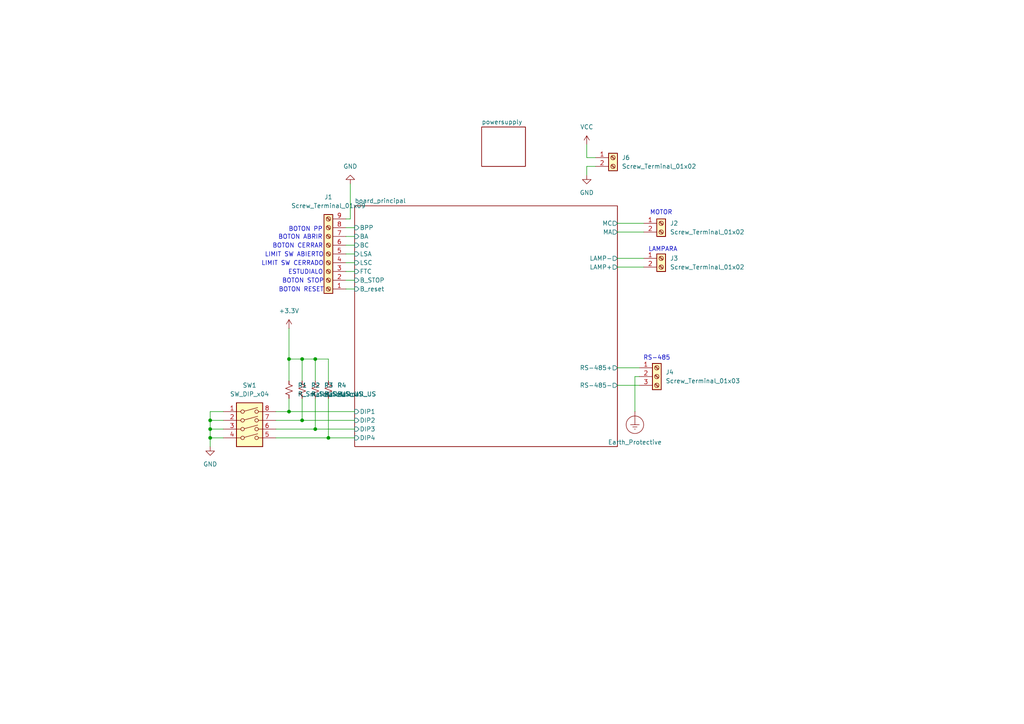
<source format=kicad_sch>
(kicad_sch
	(version 20250114)
	(generator "eeschema")
	(generator_version "9.0")
	(uuid "da1145e1-2c07-4dac-8610-a797132a4086")
	(paper "A4")
	(lib_symbols
		(symbol "Connector:Screw_Terminal_01x02"
			(pin_names
				(offset 1.016)
				(hide yes)
			)
			(exclude_from_sim no)
			(in_bom yes)
			(on_board yes)
			(property "Reference" "J"
				(at 0 2.54 0)
				(effects
					(font
						(size 1.27 1.27)
					)
				)
			)
			(property "Value" "Screw_Terminal_01x02"
				(at 0 -5.08 0)
				(effects
					(font
						(size 1.27 1.27)
					)
				)
			)
			(property "Footprint" ""
				(at 0 0 0)
				(effects
					(font
						(size 1.27 1.27)
					)
					(hide yes)
				)
			)
			(property "Datasheet" "~"
				(at 0 0 0)
				(effects
					(font
						(size 1.27 1.27)
					)
					(hide yes)
				)
			)
			(property "Description" "Generic screw terminal, single row, 01x02, script generated (kicad-library-utils/schlib/autogen/connector/)"
				(at 0 0 0)
				(effects
					(font
						(size 1.27 1.27)
					)
					(hide yes)
				)
			)
			(property "ki_keywords" "screw terminal"
				(at 0 0 0)
				(effects
					(font
						(size 1.27 1.27)
					)
					(hide yes)
				)
			)
			(property "ki_fp_filters" "TerminalBlock*:*"
				(at 0 0 0)
				(effects
					(font
						(size 1.27 1.27)
					)
					(hide yes)
				)
			)
			(symbol "Screw_Terminal_01x02_1_1"
				(rectangle
					(start -1.27 1.27)
					(end 1.27 -3.81)
					(stroke
						(width 0.254)
						(type default)
					)
					(fill
						(type background)
					)
				)
				(polyline
					(pts
						(xy -0.5334 0.3302) (xy 0.3302 -0.508)
					)
					(stroke
						(width 0.1524)
						(type default)
					)
					(fill
						(type none)
					)
				)
				(polyline
					(pts
						(xy -0.5334 -2.2098) (xy 0.3302 -3.048)
					)
					(stroke
						(width 0.1524)
						(type default)
					)
					(fill
						(type none)
					)
				)
				(polyline
					(pts
						(xy -0.3556 0.508) (xy 0.508 -0.3302)
					)
					(stroke
						(width 0.1524)
						(type default)
					)
					(fill
						(type none)
					)
				)
				(polyline
					(pts
						(xy -0.3556 -2.032) (xy 0.508 -2.8702)
					)
					(stroke
						(width 0.1524)
						(type default)
					)
					(fill
						(type none)
					)
				)
				(circle
					(center 0 0)
					(radius 0.635)
					(stroke
						(width 0.1524)
						(type default)
					)
					(fill
						(type none)
					)
				)
				(circle
					(center 0 -2.54)
					(radius 0.635)
					(stroke
						(width 0.1524)
						(type default)
					)
					(fill
						(type none)
					)
				)
				(pin passive line
					(at -5.08 0 0)
					(length 3.81)
					(name "Pin_1"
						(effects
							(font
								(size 1.27 1.27)
							)
						)
					)
					(number "1"
						(effects
							(font
								(size 1.27 1.27)
							)
						)
					)
				)
				(pin passive line
					(at -5.08 -2.54 0)
					(length 3.81)
					(name "Pin_2"
						(effects
							(font
								(size 1.27 1.27)
							)
						)
					)
					(number "2"
						(effects
							(font
								(size 1.27 1.27)
							)
						)
					)
				)
			)
			(embedded_fonts no)
		)
		(symbol "Connector:Screw_Terminal_01x03"
			(pin_names
				(offset 1.016)
				(hide yes)
			)
			(exclude_from_sim no)
			(in_bom yes)
			(on_board yes)
			(property "Reference" "J"
				(at 0 5.08 0)
				(effects
					(font
						(size 1.27 1.27)
					)
				)
			)
			(property "Value" "Screw_Terminal_01x03"
				(at 0 -5.08 0)
				(effects
					(font
						(size 1.27 1.27)
					)
				)
			)
			(property "Footprint" ""
				(at 0 0 0)
				(effects
					(font
						(size 1.27 1.27)
					)
					(hide yes)
				)
			)
			(property "Datasheet" "~"
				(at 0 0 0)
				(effects
					(font
						(size 1.27 1.27)
					)
					(hide yes)
				)
			)
			(property "Description" "Generic screw terminal, single row, 01x03, script generated (kicad-library-utils/schlib/autogen/connector/)"
				(at 0 0 0)
				(effects
					(font
						(size 1.27 1.27)
					)
					(hide yes)
				)
			)
			(property "ki_keywords" "screw terminal"
				(at 0 0 0)
				(effects
					(font
						(size 1.27 1.27)
					)
					(hide yes)
				)
			)
			(property "ki_fp_filters" "TerminalBlock*:*"
				(at 0 0 0)
				(effects
					(font
						(size 1.27 1.27)
					)
					(hide yes)
				)
			)
			(symbol "Screw_Terminal_01x03_1_1"
				(rectangle
					(start -1.27 3.81)
					(end 1.27 -3.81)
					(stroke
						(width 0.254)
						(type default)
					)
					(fill
						(type background)
					)
				)
				(polyline
					(pts
						(xy -0.5334 2.8702) (xy 0.3302 2.032)
					)
					(stroke
						(width 0.1524)
						(type default)
					)
					(fill
						(type none)
					)
				)
				(polyline
					(pts
						(xy -0.5334 0.3302) (xy 0.3302 -0.508)
					)
					(stroke
						(width 0.1524)
						(type default)
					)
					(fill
						(type none)
					)
				)
				(polyline
					(pts
						(xy -0.5334 -2.2098) (xy 0.3302 -3.048)
					)
					(stroke
						(width 0.1524)
						(type default)
					)
					(fill
						(type none)
					)
				)
				(polyline
					(pts
						(xy -0.3556 3.048) (xy 0.508 2.2098)
					)
					(stroke
						(width 0.1524)
						(type default)
					)
					(fill
						(type none)
					)
				)
				(polyline
					(pts
						(xy -0.3556 0.508) (xy 0.508 -0.3302)
					)
					(stroke
						(width 0.1524)
						(type default)
					)
					(fill
						(type none)
					)
				)
				(polyline
					(pts
						(xy -0.3556 -2.032) (xy 0.508 -2.8702)
					)
					(stroke
						(width 0.1524)
						(type default)
					)
					(fill
						(type none)
					)
				)
				(circle
					(center 0 2.54)
					(radius 0.635)
					(stroke
						(width 0.1524)
						(type default)
					)
					(fill
						(type none)
					)
				)
				(circle
					(center 0 0)
					(radius 0.635)
					(stroke
						(width 0.1524)
						(type default)
					)
					(fill
						(type none)
					)
				)
				(circle
					(center 0 -2.54)
					(radius 0.635)
					(stroke
						(width 0.1524)
						(type default)
					)
					(fill
						(type none)
					)
				)
				(pin passive line
					(at -5.08 2.54 0)
					(length 3.81)
					(name "Pin_1"
						(effects
							(font
								(size 1.27 1.27)
							)
						)
					)
					(number "1"
						(effects
							(font
								(size 1.27 1.27)
							)
						)
					)
				)
				(pin passive line
					(at -5.08 0 0)
					(length 3.81)
					(name "Pin_2"
						(effects
							(font
								(size 1.27 1.27)
							)
						)
					)
					(number "2"
						(effects
							(font
								(size 1.27 1.27)
							)
						)
					)
				)
				(pin passive line
					(at -5.08 -2.54 0)
					(length 3.81)
					(name "Pin_3"
						(effects
							(font
								(size 1.27 1.27)
							)
						)
					)
					(number "3"
						(effects
							(font
								(size 1.27 1.27)
							)
						)
					)
				)
			)
			(embedded_fonts no)
		)
		(symbol "Connector:Screw_Terminal_01x09"
			(pin_names
				(offset 1.016)
				(hide yes)
			)
			(exclude_from_sim no)
			(in_bom yes)
			(on_board yes)
			(property "Reference" "J"
				(at 0 12.7 0)
				(effects
					(font
						(size 1.27 1.27)
					)
				)
			)
			(property "Value" "Screw_Terminal_01x09"
				(at 0 -12.7 0)
				(effects
					(font
						(size 1.27 1.27)
					)
				)
			)
			(property "Footprint" ""
				(at 0 0 0)
				(effects
					(font
						(size 1.27 1.27)
					)
					(hide yes)
				)
			)
			(property "Datasheet" "~"
				(at 0 0 0)
				(effects
					(font
						(size 1.27 1.27)
					)
					(hide yes)
				)
			)
			(property "Description" "Generic screw terminal, single row, 01x09, script generated (kicad-library-utils/schlib/autogen/connector/)"
				(at 0 0 0)
				(effects
					(font
						(size 1.27 1.27)
					)
					(hide yes)
				)
			)
			(property "ki_keywords" "screw terminal"
				(at 0 0 0)
				(effects
					(font
						(size 1.27 1.27)
					)
					(hide yes)
				)
			)
			(property "ki_fp_filters" "TerminalBlock*:*"
				(at 0 0 0)
				(effects
					(font
						(size 1.27 1.27)
					)
					(hide yes)
				)
			)
			(symbol "Screw_Terminal_01x09_1_1"
				(rectangle
					(start -1.27 11.43)
					(end 1.27 -11.43)
					(stroke
						(width 0.254)
						(type default)
					)
					(fill
						(type background)
					)
				)
				(polyline
					(pts
						(xy -0.5334 10.4902) (xy 0.3302 9.652)
					)
					(stroke
						(width 0.1524)
						(type default)
					)
					(fill
						(type none)
					)
				)
				(polyline
					(pts
						(xy -0.5334 7.9502) (xy 0.3302 7.112)
					)
					(stroke
						(width 0.1524)
						(type default)
					)
					(fill
						(type none)
					)
				)
				(polyline
					(pts
						(xy -0.5334 5.4102) (xy 0.3302 4.572)
					)
					(stroke
						(width 0.1524)
						(type default)
					)
					(fill
						(type none)
					)
				)
				(polyline
					(pts
						(xy -0.5334 2.8702) (xy 0.3302 2.032)
					)
					(stroke
						(width 0.1524)
						(type default)
					)
					(fill
						(type none)
					)
				)
				(polyline
					(pts
						(xy -0.5334 0.3302) (xy 0.3302 -0.508)
					)
					(stroke
						(width 0.1524)
						(type default)
					)
					(fill
						(type none)
					)
				)
				(polyline
					(pts
						(xy -0.5334 -2.2098) (xy 0.3302 -3.048)
					)
					(stroke
						(width 0.1524)
						(type default)
					)
					(fill
						(type none)
					)
				)
				(polyline
					(pts
						(xy -0.5334 -4.7498) (xy 0.3302 -5.588)
					)
					(stroke
						(width 0.1524)
						(type default)
					)
					(fill
						(type none)
					)
				)
				(polyline
					(pts
						(xy -0.5334 -7.2898) (xy 0.3302 -8.128)
					)
					(stroke
						(width 0.1524)
						(type default)
					)
					(fill
						(type none)
					)
				)
				(polyline
					(pts
						(xy -0.5334 -9.8298) (xy 0.3302 -10.668)
					)
					(stroke
						(width 0.1524)
						(type default)
					)
					(fill
						(type none)
					)
				)
				(polyline
					(pts
						(xy -0.3556 10.668) (xy 0.508 9.8298)
					)
					(stroke
						(width 0.1524)
						(type default)
					)
					(fill
						(type none)
					)
				)
				(polyline
					(pts
						(xy -0.3556 8.128) (xy 0.508 7.2898)
					)
					(stroke
						(width 0.1524)
						(type default)
					)
					(fill
						(type none)
					)
				)
				(polyline
					(pts
						(xy -0.3556 5.588) (xy 0.508 4.7498)
					)
					(stroke
						(width 0.1524)
						(type default)
					)
					(fill
						(type none)
					)
				)
				(polyline
					(pts
						(xy -0.3556 3.048) (xy 0.508 2.2098)
					)
					(stroke
						(width 0.1524)
						(type default)
					)
					(fill
						(type none)
					)
				)
				(polyline
					(pts
						(xy -0.3556 0.508) (xy 0.508 -0.3302)
					)
					(stroke
						(width 0.1524)
						(type default)
					)
					(fill
						(type none)
					)
				)
				(polyline
					(pts
						(xy -0.3556 -2.032) (xy 0.508 -2.8702)
					)
					(stroke
						(width 0.1524)
						(type default)
					)
					(fill
						(type none)
					)
				)
				(polyline
					(pts
						(xy -0.3556 -4.572) (xy 0.508 -5.4102)
					)
					(stroke
						(width 0.1524)
						(type default)
					)
					(fill
						(type none)
					)
				)
				(polyline
					(pts
						(xy -0.3556 -7.112) (xy 0.508 -7.9502)
					)
					(stroke
						(width 0.1524)
						(type default)
					)
					(fill
						(type none)
					)
				)
				(polyline
					(pts
						(xy -0.3556 -9.652) (xy 0.508 -10.4902)
					)
					(stroke
						(width 0.1524)
						(type default)
					)
					(fill
						(type none)
					)
				)
				(circle
					(center 0 10.16)
					(radius 0.635)
					(stroke
						(width 0.1524)
						(type default)
					)
					(fill
						(type none)
					)
				)
				(circle
					(center 0 7.62)
					(radius 0.635)
					(stroke
						(width 0.1524)
						(type default)
					)
					(fill
						(type none)
					)
				)
				(circle
					(center 0 5.08)
					(radius 0.635)
					(stroke
						(width 0.1524)
						(type default)
					)
					(fill
						(type none)
					)
				)
				(circle
					(center 0 2.54)
					(radius 0.635)
					(stroke
						(width 0.1524)
						(type default)
					)
					(fill
						(type none)
					)
				)
				(circle
					(center 0 0)
					(radius 0.635)
					(stroke
						(width 0.1524)
						(type default)
					)
					(fill
						(type none)
					)
				)
				(circle
					(center 0 -2.54)
					(radius 0.635)
					(stroke
						(width 0.1524)
						(type default)
					)
					(fill
						(type none)
					)
				)
				(circle
					(center 0 -5.08)
					(radius 0.635)
					(stroke
						(width 0.1524)
						(type default)
					)
					(fill
						(type none)
					)
				)
				(circle
					(center 0 -7.62)
					(radius 0.635)
					(stroke
						(width 0.1524)
						(type default)
					)
					(fill
						(type none)
					)
				)
				(circle
					(center 0 -10.16)
					(radius 0.635)
					(stroke
						(width 0.1524)
						(type default)
					)
					(fill
						(type none)
					)
				)
				(pin passive line
					(at -5.08 10.16 0)
					(length 3.81)
					(name "Pin_1"
						(effects
							(font
								(size 1.27 1.27)
							)
						)
					)
					(number "1"
						(effects
							(font
								(size 1.27 1.27)
							)
						)
					)
				)
				(pin passive line
					(at -5.08 7.62 0)
					(length 3.81)
					(name "Pin_2"
						(effects
							(font
								(size 1.27 1.27)
							)
						)
					)
					(number "2"
						(effects
							(font
								(size 1.27 1.27)
							)
						)
					)
				)
				(pin passive line
					(at -5.08 5.08 0)
					(length 3.81)
					(name "Pin_3"
						(effects
							(font
								(size 1.27 1.27)
							)
						)
					)
					(number "3"
						(effects
							(font
								(size 1.27 1.27)
							)
						)
					)
				)
				(pin passive line
					(at -5.08 2.54 0)
					(length 3.81)
					(name "Pin_4"
						(effects
							(font
								(size 1.27 1.27)
							)
						)
					)
					(number "4"
						(effects
							(font
								(size 1.27 1.27)
							)
						)
					)
				)
				(pin passive line
					(at -5.08 0 0)
					(length 3.81)
					(name "Pin_5"
						(effects
							(font
								(size 1.27 1.27)
							)
						)
					)
					(number "5"
						(effects
							(font
								(size 1.27 1.27)
							)
						)
					)
				)
				(pin passive line
					(at -5.08 -2.54 0)
					(length 3.81)
					(name "Pin_6"
						(effects
							(font
								(size 1.27 1.27)
							)
						)
					)
					(number "6"
						(effects
							(font
								(size 1.27 1.27)
							)
						)
					)
				)
				(pin passive line
					(at -5.08 -5.08 0)
					(length 3.81)
					(name "Pin_7"
						(effects
							(font
								(size 1.27 1.27)
							)
						)
					)
					(number "7"
						(effects
							(font
								(size 1.27 1.27)
							)
						)
					)
				)
				(pin passive line
					(at -5.08 -7.62 0)
					(length 3.81)
					(name "Pin_8"
						(effects
							(font
								(size 1.27 1.27)
							)
						)
					)
					(number "8"
						(effects
							(font
								(size 1.27 1.27)
							)
						)
					)
				)
				(pin passive line
					(at -5.08 -10.16 0)
					(length 3.81)
					(name "Pin_9"
						(effects
							(font
								(size 1.27 1.27)
							)
						)
					)
					(number "9"
						(effects
							(font
								(size 1.27 1.27)
							)
						)
					)
				)
			)
			(embedded_fonts no)
		)
		(symbol "Device:R_Small_US"
			(pin_numbers
				(hide yes)
			)
			(pin_names
				(offset 0.254)
				(hide yes)
			)
			(exclude_from_sim no)
			(in_bom yes)
			(on_board yes)
			(property "Reference" "R"
				(at 0.762 0.508 0)
				(effects
					(font
						(size 1.27 1.27)
					)
					(justify left)
				)
			)
			(property "Value" "R_Small_US"
				(at 0.762 -1.016 0)
				(effects
					(font
						(size 1.27 1.27)
					)
					(justify left)
				)
			)
			(property "Footprint" ""
				(at 0 0 0)
				(effects
					(font
						(size 1.27 1.27)
					)
					(hide yes)
				)
			)
			(property "Datasheet" "~"
				(at 0 0 0)
				(effects
					(font
						(size 1.27 1.27)
					)
					(hide yes)
				)
			)
			(property "Description" "Resistor, small US symbol"
				(at 0 0 0)
				(effects
					(font
						(size 1.27 1.27)
					)
					(hide yes)
				)
			)
			(property "ki_keywords" "r resistor"
				(at 0 0 0)
				(effects
					(font
						(size 1.27 1.27)
					)
					(hide yes)
				)
			)
			(property "ki_fp_filters" "R_*"
				(at 0 0 0)
				(effects
					(font
						(size 1.27 1.27)
					)
					(hide yes)
				)
			)
			(symbol "R_Small_US_1_1"
				(polyline
					(pts
						(xy 0 1.524) (xy 1.016 1.143) (xy 0 0.762) (xy -1.016 0.381) (xy 0 0)
					)
					(stroke
						(width 0)
						(type default)
					)
					(fill
						(type none)
					)
				)
				(polyline
					(pts
						(xy 0 0) (xy 1.016 -0.381) (xy 0 -0.762) (xy -1.016 -1.143) (xy 0 -1.524)
					)
					(stroke
						(width 0)
						(type default)
					)
					(fill
						(type none)
					)
				)
				(pin passive line
					(at 0 2.54 270)
					(length 1.016)
					(name "~"
						(effects
							(font
								(size 1.27 1.27)
							)
						)
					)
					(number "1"
						(effects
							(font
								(size 1.27 1.27)
							)
						)
					)
				)
				(pin passive line
					(at 0 -2.54 90)
					(length 1.016)
					(name "~"
						(effects
							(font
								(size 1.27 1.27)
							)
						)
					)
					(number "2"
						(effects
							(font
								(size 1.27 1.27)
							)
						)
					)
				)
			)
			(embedded_fonts no)
		)
		(symbol "Switch:SW_DIP_x04"
			(pin_names
				(offset 0)
				(hide yes)
			)
			(exclude_from_sim no)
			(in_bom yes)
			(on_board yes)
			(property "Reference" "SW"
				(at 0 8.89 0)
				(effects
					(font
						(size 1.27 1.27)
					)
				)
			)
			(property "Value" "SW_DIP_x04"
				(at 0 -6.35 0)
				(effects
					(font
						(size 1.27 1.27)
					)
				)
			)
			(property "Footprint" ""
				(at 0 0 0)
				(effects
					(font
						(size 1.27 1.27)
					)
					(hide yes)
				)
			)
			(property "Datasheet" "~"
				(at 0 0 0)
				(effects
					(font
						(size 1.27 1.27)
					)
					(hide yes)
				)
			)
			(property "Description" "4x DIP Switch, Single Pole Single Throw (SPST) switch, small symbol"
				(at 0 0 0)
				(effects
					(font
						(size 1.27 1.27)
					)
					(hide yes)
				)
			)
			(property "ki_keywords" "dip switch"
				(at 0 0 0)
				(effects
					(font
						(size 1.27 1.27)
					)
					(hide yes)
				)
			)
			(property "ki_fp_filters" "SW?DIP?x4*"
				(at 0 0 0)
				(effects
					(font
						(size 1.27 1.27)
					)
					(hide yes)
				)
			)
			(symbol "SW_DIP_x04_0_0"
				(circle
					(center -2.032 5.08)
					(radius 0.508)
					(stroke
						(width 0)
						(type default)
					)
					(fill
						(type none)
					)
				)
				(circle
					(center -2.032 2.54)
					(radius 0.508)
					(stroke
						(width 0)
						(type default)
					)
					(fill
						(type none)
					)
				)
				(circle
					(center -2.032 0)
					(radius 0.508)
					(stroke
						(width 0)
						(type default)
					)
					(fill
						(type none)
					)
				)
				(circle
					(center -2.032 -2.54)
					(radius 0.508)
					(stroke
						(width 0)
						(type default)
					)
					(fill
						(type none)
					)
				)
				(polyline
					(pts
						(xy -1.524 5.207) (xy 2.3622 6.2484)
					)
					(stroke
						(width 0)
						(type default)
					)
					(fill
						(type none)
					)
				)
				(polyline
					(pts
						(xy -1.524 2.667) (xy 2.3622 3.7084)
					)
					(stroke
						(width 0)
						(type default)
					)
					(fill
						(type none)
					)
				)
				(polyline
					(pts
						(xy -1.524 0.127) (xy 2.3622 1.1684)
					)
					(stroke
						(width 0)
						(type default)
					)
					(fill
						(type none)
					)
				)
				(polyline
					(pts
						(xy -1.524 -2.3876) (xy 2.3622 -1.3462)
					)
					(stroke
						(width 0)
						(type default)
					)
					(fill
						(type none)
					)
				)
				(circle
					(center 2.032 5.08)
					(radius 0.508)
					(stroke
						(width 0)
						(type default)
					)
					(fill
						(type none)
					)
				)
				(circle
					(center 2.032 2.54)
					(radius 0.508)
					(stroke
						(width 0)
						(type default)
					)
					(fill
						(type none)
					)
				)
				(circle
					(center 2.032 0)
					(radius 0.508)
					(stroke
						(width 0)
						(type default)
					)
					(fill
						(type none)
					)
				)
				(circle
					(center 2.032 -2.54)
					(radius 0.508)
					(stroke
						(width 0)
						(type default)
					)
					(fill
						(type none)
					)
				)
			)
			(symbol "SW_DIP_x04_0_1"
				(rectangle
					(start -3.81 7.62)
					(end 3.81 -5.08)
					(stroke
						(width 0.254)
						(type default)
					)
					(fill
						(type background)
					)
				)
			)
			(symbol "SW_DIP_x04_1_1"
				(pin passive line
					(at -7.62 5.08 0)
					(length 5.08)
					(name "~"
						(effects
							(font
								(size 1.27 1.27)
							)
						)
					)
					(number "1"
						(effects
							(font
								(size 1.27 1.27)
							)
						)
					)
				)
				(pin passive line
					(at -7.62 2.54 0)
					(length 5.08)
					(name "~"
						(effects
							(font
								(size 1.27 1.27)
							)
						)
					)
					(number "2"
						(effects
							(font
								(size 1.27 1.27)
							)
						)
					)
				)
				(pin passive line
					(at -7.62 0 0)
					(length 5.08)
					(name "~"
						(effects
							(font
								(size 1.27 1.27)
							)
						)
					)
					(number "3"
						(effects
							(font
								(size 1.27 1.27)
							)
						)
					)
				)
				(pin passive line
					(at -7.62 -2.54 0)
					(length 5.08)
					(name "~"
						(effects
							(font
								(size 1.27 1.27)
							)
						)
					)
					(number "4"
						(effects
							(font
								(size 1.27 1.27)
							)
						)
					)
				)
				(pin passive line
					(at 7.62 5.08 180)
					(length 5.08)
					(name "~"
						(effects
							(font
								(size 1.27 1.27)
							)
						)
					)
					(number "8"
						(effects
							(font
								(size 1.27 1.27)
							)
						)
					)
				)
				(pin passive line
					(at 7.62 2.54 180)
					(length 5.08)
					(name "~"
						(effects
							(font
								(size 1.27 1.27)
							)
						)
					)
					(number "7"
						(effects
							(font
								(size 1.27 1.27)
							)
						)
					)
				)
				(pin passive line
					(at 7.62 0 180)
					(length 5.08)
					(name "~"
						(effects
							(font
								(size 1.27 1.27)
							)
						)
					)
					(number "6"
						(effects
							(font
								(size 1.27 1.27)
							)
						)
					)
				)
				(pin passive line
					(at 7.62 -2.54 180)
					(length 5.08)
					(name "~"
						(effects
							(font
								(size 1.27 1.27)
							)
						)
					)
					(number "5"
						(effects
							(font
								(size 1.27 1.27)
							)
						)
					)
				)
			)
			(embedded_fonts no)
		)
		(symbol "power:+3.3V"
			(power)
			(pin_numbers
				(hide yes)
			)
			(pin_names
				(offset 0)
				(hide yes)
			)
			(exclude_from_sim no)
			(in_bom yes)
			(on_board yes)
			(property "Reference" "#PWR"
				(at 0 -3.81 0)
				(effects
					(font
						(size 1.27 1.27)
					)
					(hide yes)
				)
			)
			(property "Value" "+3.3V"
				(at 0 3.556 0)
				(effects
					(font
						(size 1.27 1.27)
					)
				)
			)
			(property "Footprint" ""
				(at 0 0 0)
				(effects
					(font
						(size 1.27 1.27)
					)
					(hide yes)
				)
			)
			(property "Datasheet" ""
				(at 0 0 0)
				(effects
					(font
						(size 1.27 1.27)
					)
					(hide yes)
				)
			)
			(property "Description" "Power symbol creates a global label with name \"+3.3V\""
				(at 0 0 0)
				(effects
					(font
						(size 1.27 1.27)
					)
					(hide yes)
				)
			)
			(property "ki_keywords" "global power"
				(at 0 0 0)
				(effects
					(font
						(size 1.27 1.27)
					)
					(hide yes)
				)
			)
			(symbol "+3.3V_0_1"
				(polyline
					(pts
						(xy -0.762 1.27) (xy 0 2.54)
					)
					(stroke
						(width 0)
						(type default)
					)
					(fill
						(type none)
					)
				)
				(polyline
					(pts
						(xy 0 2.54) (xy 0.762 1.27)
					)
					(stroke
						(width 0)
						(type default)
					)
					(fill
						(type none)
					)
				)
				(polyline
					(pts
						(xy 0 0) (xy 0 2.54)
					)
					(stroke
						(width 0)
						(type default)
					)
					(fill
						(type none)
					)
				)
			)
			(symbol "+3.3V_1_1"
				(pin power_in line
					(at 0 0 90)
					(length 0)
					(name "~"
						(effects
							(font
								(size 1.27 1.27)
							)
						)
					)
					(number "1"
						(effects
							(font
								(size 1.27 1.27)
							)
						)
					)
				)
			)
			(embedded_fonts no)
		)
		(symbol "power:Earth_Protective"
			(power)
			(pin_numbers
				(hide yes)
			)
			(pin_names
				(offset 0)
				(hide yes)
			)
			(exclude_from_sim no)
			(in_bom yes)
			(on_board yes)
			(property "Reference" "#PWR"
				(at 0 -10.16 0)
				(effects
					(font
						(size 1.27 1.27)
					)
					(hide yes)
				)
			)
			(property "Value" "Earth_Protective"
				(at 0 -7.62 0)
				(effects
					(font
						(size 1.27 1.27)
					)
				)
			)
			(property "Footprint" ""
				(at 0 -2.54 0)
				(effects
					(font
						(size 1.27 1.27)
					)
					(hide yes)
				)
			)
			(property "Datasheet" "~"
				(at 0 -2.54 0)
				(effects
					(font
						(size 1.27 1.27)
					)
					(hide yes)
				)
			)
			(property "Description" "Power symbol creates a global label with name \"Earth_Protective\""
				(at 0 0 0)
				(effects
					(font
						(size 1.27 1.27)
					)
					(hide yes)
				)
			)
			(property "ki_keywords" "global ground gnd clean"
				(at 0 0 0)
				(effects
					(font
						(size 1.27 1.27)
					)
					(hide yes)
				)
			)
			(symbol "Earth_Protective_0_1"
				(polyline
					(pts
						(xy -0.635 -4.445) (xy 0.635 -4.445)
					)
					(stroke
						(width 0)
						(type default)
					)
					(fill
						(type none)
					)
				)
				(polyline
					(pts
						(xy -0.127 -5.08) (xy 0.127 -5.08)
					)
					(stroke
						(width 0)
						(type default)
					)
					(fill
						(type none)
					)
				)
				(polyline
					(pts
						(xy 0 -3.81) (xy 0 0)
					)
					(stroke
						(width 0)
						(type default)
					)
					(fill
						(type none)
					)
				)
				(circle
					(center 0 -3.81)
					(radius 2.54)
					(stroke
						(width 0)
						(type default)
					)
					(fill
						(type none)
					)
				)
				(polyline
					(pts
						(xy 1.27 -3.81) (xy -1.27 -3.81)
					)
					(stroke
						(width 0)
						(type default)
					)
					(fill
						(type none)
					)
				)
			)
			(symbol "Earth_Protective_1_1"
				(pin power_in line
					(at 0 0 270)
					(length 0)
					(name "~"
						(effects
							(font
								(size 1.27 1.27)
							)
						)
					)
					(number "1"
						(effects
							(font
								(size 1.27 1.27)
							)
						)
					)
				)
			)
			(embedded_fonts no)
		)
		(symbol "power:GND"
			(power)
			(pin_numbers
				(hide yes)
			)
			(pin_names
				(offset 0)
				(hide yes)
			)
			(exclude_from_sim no)
			(in_bom yes)
			(on_board yes)
			(property "Reference" "#PWR"
				(at 0 -6.35 0)
				(effects
					(font
						(size 1.27 1.27)
					)
					(hide yes)
				)
			)
			(property "Value" "GND"
				(at 0 -3.81 0)
				(effects
					(font
						(size 1.27 1.27)
					)
				)
			)
			(property "Footprint" ""
				(at 0 0 0)
				(effects
					(font
						(size 1.27 1.27)
					)
					(hide yes)
				)
			)
			(property "Datasheet" ""
				(at 0 0 0)
				(effects
					(font
						(size 1.27 1.27)
					)
					(hide yes)
				)
			)
			(property "Description" "Power symbol creates a global label with name \"GND\" , ground"
				(at 0 0 0)
				(effects
					(font
						(size 1.27 1.27)
					)
					(hide yes)
				)
			)
			(property "ki_keywords" "global power"
				(at 0 0 0)
				(effects
					(font
						(size 1.27 1.27)
					)
					(hide yes)
				)
			)
			(symbol "GND_0_1"
				(polyline
					(pts
						(xy 0 0) (xy 0 -1.27) (xy 1.27 -1.27) (xy 0 -2.54) (xy -1.27 -1.27) (xy 0 -1.27)
					)
					(stroke
						(width 0)
						(type default)
					)
					(fill
						(type none)
					)
				)
			)
			(symbol "GND_1_1"
				(pin power_in line
					(at 0 0 270)
					(length 0)
					(name "~"
						(effects
							(font
								(size 1.27 1.27)
							)
						)
					)
					(number "1"
						(effects
							(font
								(size 1.27 1.27)
							)
						)
					)
				)
			)
			(embedded_fonts no)
		)
		(symbol "power:VCC"
			(power)
			(pin_numbers
				(hide yes)
			)
			(pin_names
				(offset 0)
				(hide yes)
			)
			(exclude_from_sim no)
			(in_bom yes)
			(on_board yes)
			(property "Reference" "#PWR"
				(at 0 -3.81 0)
				(effects
					(font
						(size 1.27 1.27)
					)
					(hide yes)
				)
			)
			(property "Value" "VCC"
				(at 0 3.556 0)
				(effects
					(font
						(size 1.27 1.27)
					)
				)
			)
			(property "Footprint" ""
				(at 0 0 0)
				(effects
					(font
						(size 1.27 1.27)
					)
					(hide yes)
				)
			)
			(property "Datasheet" ""
				(at 0 0 0)
				(effects
					(font
						(size 1.27 1.27)
					)
					(hide yes)
				)
			)
			(property "Description" "Power symbol creates a global label with name \"VCC\""
				(at 0 0 0)
				(effects
					(font
						(size 1.27 1.27)
					)
					(hide yes)
				)
			)
			(property "ki_keywords" "global power"
				(at 0 0 0)
				(effects
					(font
						(size 1.27 1.27)
					)
					(hide yes)
				)
			)
			(symbol "VCC_0_1"
				(polyline
					(pts
						(xy -0.762 1.27) (xy 0 2.54)
					)
					(stroke
						(width 0)
						(type default)
					)
					(fill
						(type none)
					)
				)
				(polyline
					(pts
						(xy 0 2.54) (xy 0.762 1.27)
					)
					(stroke
						(width 0)
						(type default)
					)
					(fill
						(type none)
					)
				)
				(polyline
					(pts
						(xy 0 0) (xy 0 2.54)
					)
					(stroke
						(width 0)
						(type default)
					)
					(fill
						(type none)
					)
				)
			)
			(symbol "VCC_1_1"
				(pin power_in line
					(at 0 0 90)
					(length 0)
					(name "~"
						(effects
							(font
								(size 1.27 1.27)
							)
						)
					)
					(number "1"
						(effects
							(font
								(size 1.27 1.27)
							)
						)
					)
				)
			)
			(embedded_fonts no)
		)
	)
	(text "BOTON ABRIR\n"
		(exclude_from_sim no)
		(at 87.122 68.834 0)
		(effects
			(font
				(size 1.27 1.27)
			)
		)
		(uuid "27955b45-d7e5-49b2-a69d-2253f65f9672")
	)
	(text "BOTON PP"
		(exclude_from_sim no)
		(at 88.646 66.548 0)
		(effects
			(font
				(size 1.27 1.27)
			)
		)
		(uuid "3dd9bbda-4938-4f2f-803a-d3ae0daa0a4c")
	)
	(text "BOTON CERRAR\n"
		(exclude_from_sim no)
		(at 86.36 71.374 0)
		(effects
			(font
				(size 1.27 1.27)
			)
		)
		(uuid "4f89ec52-ad2f-4b04-9a0b-08a2a8c6bae4")
	)
	(text "BOTON RESET\n"
		(exclude_from_sim no)
		(at 87.376 84.074 0)
		(effects
			(font
				(size 1.27 1.27)
			)
		)
		(uuid "5960fff7-2242-4d2d-afd5-d8c2579d1edc")
	)
	(text "LIMIT SW ABIERTO\n"
		(exclude_from_sim no)
		(at 85.344 73.914 0)
		(effects
			(font
				(size 1.27 1.27)
			)
		)
		(uuid "9a067f86-95a7-43ee-b3ff-d9033290a847")
	)
	(text "LAMPARA\n"
		(exclude_from_sim no)
		(at 192.278 72.39 0)
		(effects
			(font
				(size 1.27 1.27)
			)
		)
		(uuid "b8cc8d8e-8f1e-46d0-8774-cb9aacfef89a")
	)
	(text "MOTOR\n"
		(exclude_from_sim no)
		(at 191.77 61.722 0)
		(effects
			(font
				(size 1.27 1.27)
			)
		)
		(uuid "ced0e47f-6741-4696-a6c8-4ef21cbd6468")
	)
	(text "LIMIT SW CERRADO\n"
		(exclude_from_sim no)
		(at 84.836 76.454 0)
		(effects
			(font
				(size 1.27 1.27)
			)
		)
		(uuid "f070d8b9-e31f-4f78-ab59-eba7108a449a")
	)
	(text "BOTON STOP\n"
		(exclude_from_sim no)
		(at 87.884 81.534 0)
		(effects
			(font
				(size 1.27 1.27)
			)
		)
		(uuid "f99c4090-e84c-4a81-8046-bc8e330249ae")
	)
	(text "ESTUDIALO\n"
		(exclude_from_sim no)
		(at 88.646 78.994 0)
		(effects
			(font
				(size 1.27 1.27)
			)
		)
		(uuid "fb0cba35-f177-4111-8fc4-11974b7b799d")
	)
	(text "RS-485\n"
		(exclude_from_sim no)
		(at 190.5 103.886 0)
		(effects
			(font
				(size 1.27 1.27)
			)
		)
		(uuid "ff7afe64-04ab-4658-9b2d-8c2b71c4dba7")
	)
	(junction
		(at 95.25 127)
		(diameter 0)
		(color 0 0 0 0)
		(uuid "14853a3f-f62f-4a7c-90bb-ef5bd7959e82")
	)
	(junction
		(at 60.96 127)
		(diameter 0)
		(color 0 0 0 0)
		(uuid "1ae4a8b8-29c4-4718-a463-aeb7511b4418")
	)
	(junction
		(at 60.96 124.46)
		(diameter 0)
		(color 0 0 0 0)
		(uuid "6a8d86a9-3dcf-4c72-bcd6-e621ad3dfe88")
	)
	(junction
		(at 87.63 121.92)
		(diameter 0)
		(color 0 0 0 0)
		(uuid "752b2b55-3c5b-4359-a56a-782cb531fdba")
	)
	(junction
		(at 91.44 104.14)
		(diameter 0)
		(color 0 0 0 0)
		(uuid "98f8c837-d742-4175-90c6-fb19b4a54c85")
	)
	(junction
		(at 60.96 121.92)
		(diameter 0)
		(color 0 0 0 0)
		(uuid "9f0225cf-684b-480b-aa5f-7a33b6438575")
	)
	(junction
		(at 91.44 124.46)
		(diameter 0)
		(color 0 0 0 0)
		(uuid "bc89a51b-757c-4c15-924a-d87acd71518b")
	)
	(junction
		(at 87.63 104.14)
		(diameter 0)
		(color 0 0 0 0)
		(uuid "d2e6efe4-8bc4-4bbd-9b34-230ef63c95af")
	)
	(junction
		(at 83.82 119.38)
		(diameter 0)
		(color 0 0 0 0)
		(uuid "e68af708-d668-4467-b4aa-c86cc2b3b2e4")
	)
	(junction
		(at 83.82 104.14)
		(diameter 0)
		(color 0 0 0 0)
		(uuid "e6ce207c-4159-42cc-8b7b-cf00d6d51fdc")
	)
	(wire
		(pts
			(xy 60.96 121.92) (xy 60.96 124.46)
		)
		(stroke
			(width 0)
			(type default)
		)
		(uuid "010030bd-643f-404a-81ee-9ff7ce4ffb86")
	)
	(wire
		(pts
			(xy 179.07 106.68) (xy 185.42 106.68)
		)
		(stroke
			(width 0)
			(type default)
		)
		(uuid "0260f23a-eae3-4ad0-9ce1-5b0c63b3e826")
	)
	(wire
		(pts
			(xy 179.07 64.77) (xy 186.69 64.77)
		)
		(stroke
			(width 0)
			(type default)
		)
		(uuid "03e47dae-ca26-45af-8515-a20e584d98e0")
	)
	(wire
		(pts
			(xy 170.18 45.72) (xy 172.72 45.72)
		)
		(stroke
			(width 0)
			(type default)
		)
		(uuid "0c930d3a-514a-46d4-acb5-6ffc10673320")
	)
	(wire
		(pts
			(xy 170.18 41.91) (xy 170.18 45.72)
		)
		(stroke
			(width 0)
			(type default)
		)
		(uuid "0daee5c7-c560-4d30-9816-ac5a8382ef60")
	)
	(wire
		(pts
			(xy 87.63 115.57) (xy 87.63 121.92)
		)
		(stroke
			(width 0)
			(type default)
		)
		(uuid "14cea446-8820-4262-9f67-09899342b421")
	)
	(wire
		(pts
			(xy 100.33 73.66) (xy 102.87 73.66)
		)
		(stroke
			(width 0)
			(type default)
		)
		(uuid "1834235b-ec4c-4b71-9119-c8685ff760e0")
	)
	(wire
		(pts
			(xy 91.44 104.14) (xy 91.44 110.49)
		)
		(stroke
			(width 0)
			(type default)
		)
		(uuid "1bc8379c-5956-4a2d-9e69-36539fd7f9b3")
	)
	(wire
		(pts
			(xy 80.01 124.46) (xy 91.44 124.46)
		)
		(stroke
			(width 0)
			(type default)
		)
		(uuid "340ebc6a-5150-4c86-ada9-8aea69a8ba91")
	)
	(wire
		(pts
			(xy 64.77 119.38) (xy 60.96 119.38)
		)
		(stroke
			(width 0)
			(type default)
		)
		(uuid "388b7c6e-7847-4aeb-a26d-7d8e5b66973a")
	)
	(wire
		(pts
			(xy 80.01 121.92) (xy 87.63 121.92)
		)
		(stroke
			(width 0)
			(type default)
		)
		(uuid "3bb80dd0-10a4-49b1-b7b5-3b34a698c70b")
	)
	(wire
		(pts
			(xy 60.96 124.46) (xy 60.96 127)
		)
		(stroke
			(width 0)
			(type default)
		)
		(uuid "3ffb9d3d-391d-4405-ab41-f4f3d25e260b")
	)
	(wire
		(pts
			(xy 184.15 109.22) (xy 185.42 109.22)
		)
		(stroke
			(width 0)
			(type default)
		)
		(uuid "4ca39ffb-65c2-4aa2-bba5-09fbd0419dd9")
	)
	(wire
		(pts
			(xy 179.07 77.47) (xy 186.69 77.47)
		)
		(stroke
			(width 0)
			(type default)
		)
		(uuid "4ebbdc6e-8de6-4c0b-9f74-896352887142")
	)
	(wire
		(pts
			(xy 100.33 78.74) (xy 102.87 78.74)
		)
		(stroke
			(width 0)
			(type default)
		)
		(uuid "4f03c121-65c7-4fdb-940c-1a660fd7e3f7")
	)
	(wire
		(pts
			(xy 179.07 111.76) (xy 185.42 111.76)
		)
		(stroke
			(width 0)
			(type default)
		)
		(uuid "56576324-7e52-46fa-9dcb-0aa9b69b8f58")
	)
	(wire
		(pts
			(xy 95.25 127) (xy 102.87 127)
		)
		(stroke
			(width 0)
			(type default)
		)
		(uuid "57296c29-919e-4735-a74a-9baa6a881009")
	)
	(wire
		(pts
			(xy 95.25 104.14) (xy 91.44 104.14)
		)
		(stroke
			(width 0)
			(type default)
		)
		(uuid "5aa82e16-e1de-4e32-8f1c-2f3743ec4772")
	)
	(wire
		(pts
			(xy 64.77 127) (xy 60.96 127)
		)
		(stroke
			(width 0)
			(type default)
		)
		(uuid "5b1dad8b-a376-4c48-9eb8-30311b0e9bc8")
	)
	(wire
		(pts
			(xy 60.96 119.38) (xy 60.96 121.92)
		)
		(stroke
			(width 0)
			(type default)
		)
		(uuid "63052269-25f9-4890-b1bb-9940e07a473e")
	)
	(wire
		(pts
			(xy 83.82 95.25) (xy 83.82 104.14)
		)
		(stroke
			(width 0)
			(type default)
		)
		(uuid "63b0723f-b310-4be7-a473-05f8fb3ba1c0")
	)
	(wire
		(pts
			(xy 100.33 68.58) (xy 102.87 68.58)
		)
		(stroke
			(width 0)
			(type default)
		)
		(uuid "6f993784-26d3-4ca9-bfca-8bb4816b88ef")
	)
	(wire
		(pts
			(xy 83.82 115.57) (xy 83.82 119.38)
		)
		(stroke
			(width 0)
			(type default)
		)
		(uuid "700509e6-6c21-449f-aea6-b40db775fa4c")
	)
	(wire
		(pts
			(xy 91.44 104.14) (xy 87.63 104.14)
		)
		(stroke
			(width 0)
			(type default)
		)
		(uuid "814b57e3-c4ec-47c5-aaa0-6643d6335732")
	)
	(wire
		(pts
			(xy 64.77 121.92) (xy 60.96 121.92)
		)
		(stroke
			(width 0)
			(type default)
		)
		(uuid "847d2eae-a662-4f62-ae2c-715a74e2f9ad")
	)
	(wire
		(pts
			(xy 95.25 115.57) (xy 95.25 127)
		)
		(stroke
			(width 0)
			(type default)
		)
		(uuid "87f48f37-a751-442b-9e23-95932e7c3891")
	)
	(wire
		(pts
			(xy 184.15 119.38) (xy 184.15 109.22)
		)
		(stroke
			(width 0)
			(type default)
		)
		(uuid "8e524f31-957e-40b8-bf5d-c628f014be7a")
	)
	(wire
		(pts
			(xy 91.44 124.46) (xy 102.87 124.46)
		)
		(stroke
			(width 0)
			(type default)
		)
		(uuid "919f10ee-b51c-4692-b891-7379e0825957")
	)
	(wire
		(pts
			(xy 170.18 48.26) (xy 170.18 50.8)
		)
		(stroke
			(width 0)
			(type default)
		)
		(uuid "9456eb01-d5b8-4f9a-b407-1a1d65e5c0d7")
	)
	(wire
		(pts
			(xy 87.63 104.14) (xy 87.63 110.49)
		)
		(stroke
			(width 0)
			(type default)
		)
		(uuid "9658d2cb-8e45-42fa-880c-aaa8a17569a2")
	)
	(wire
		(pts
			(xy 87.63 121.92) (xy 102.87 121.92)
		)
		(stroke
			(width 0)
			(type default)
		)
		(uuid "99a1c224-d0e4-433d-9d37-602784e0d139")
	)
	(wire
		(pts
			(xy 101.6 63.5) (xy 100.33 63.5)
		)
		(stroke
			(width 0)
			(type default)
		)
		(uuid "9b71ca34-d17b-4435-b443-8a17500526c5")
	)
	(wire
		(pts
			(xy 80.01 119.38) (xy 83.82 119.38)
		)
		(stroke
			(width 0)
			(type default)
		)
		(uuid "a61b8175-67c0-48b3-bc0b-b6f89b0ac8f6")
	)
	(wire
		(pts
			(xy 83.82 104.14) (xy 83.82 110.49)
		)
		(stroke
			(width 0)
			(type default)
		)
		(uuid "b2dbed24-5823-4f0a-887a-4c373b9c7a9f")
	)
	(wire
		(pts
			(xy 179.07 74.93) (xy 186.69 74.93)
		)
		(stroke
			(width 0)
			(type default)
		)
		(uuid "beecf489-f19f-41ad-84b3-59103c4eb522")
	)
	(wire
		(pts
			(xy 179.07 67.31) (xy 186.69 67.31)
		)
		(stroke
			(width 0)
			(type default)
		)
		(uuid "bf764c3e-c38d-41f9-9c17-12e50bfa9f3e")
	)
	(wire
		(pts
			(xy 100.33 71.12) (xy 102.87 71.12)
		)
		(stroke
			(width 0)
			(type default)
		)
		(uuid "c37a4148-6ec0-44f3-9ba5-205fabf828ce")
	)
	(wire
		(pts
			(xy 95.25 104.14) (xy 95.25 110.49)
		)
		(stroke
			(width 0)
			(type default)
		)
		(uuid "c8f073e0-b822-4c43-954d-55a60a1d4e81")
	)
	(wire
		(pts
			(xy 60.96 127) (xy 60.96 129.54)
		)
		(stroke
			(width 0)
			(type default)
		)
		(uuid "cc7c67f9-c01d-431f-9a3e-2c2a911a47fc")
	)
	(wire
		(pts
			(xy 83.82 104.14) (xy 87.63 104.14)
		)
		(stroke
			(width 0)
			(type default)
		)
		(uuid "cce2375d-f955-42f0-826c-a760d7342ee9")
	)
	(wire
		(pts
			(xy 64.77 124.46) (xy 60.96 124.46)
		)
		(stroke
			(width 0)
			(type default)
		)
		(uuid "da9ae8f1-3b63-4357-a144-e0aa2736555e")
	)
	(wire
		(pts
			(xy 91.44 115.57) (xy 91.44 124.46)
		)
		(stroke
			(width 0)
			(type default)
		)
		(uuid "e12fe37f-bf99-4c8a-a5c8-4fd39d1ac06e")
	)
	(wire
		(pts
			(xy 100.33 66.04) (xy 102.87 66.04)
		)
		(stroke
			(width 0)
			(type default)
		)
		(uuid "e2e0c808-b9e0-416d-86d5-c5a8d6a29f8e")
	)
	(wire
		(pts
			(xy 100.33 83.82) (xy 102.87 83.82)
		)
		(stroke
			(width 0)
			(type default)
		)
		(uuid "e359d10c-72c4-43f8-89ab-23deb4dce476")
	)
	(wire
		(pts
			(xy 80.01 127) (xy 95.25 127)
		)
		(stroke
			(width 0)
			(type default)
		)
		(uuid "e4afc0fb-e1a7-4f27-a3ce-b13261563475")
	)
	(wire
		(pts
			(xy 100.33 81.28) (xy 102.87 81.28)
		)
		(stroke
			(width 0)
			(type default)
		)
		(uuid "e7203f60-6b67-4bdb-ac96-bf13d1fd132e")
	)
	(wire
		(pts
			(xy 172.72 48.26) (xy 170.18 48.26)
		)
		(stroke
			(width 0)
			(type default)
		)
		(uuid "e8e1889e-b667-415d-8e05-60b417cc58b9")
	)
	(wire
		(pts
			(xy 83.82 119.38) (xy 102.87 119.38)
		)
		(stroke
			(width 0)
			(type default)
		)
		(uuid "eaf95a85-6ef0-4ba0-a3f4-39e1ffadbd57")
	)
	(wire
		(pts
			(xy 101.6 53.34) (xy 101.6 63.5)
		)
		(stroke
			(width 0)
			(type default)
		)
		(uuid "f7de0d2d-1e54-4562-aa4d-75fcec347566")
	)
	(wire
		(pts
			(xy 100.33 76.2) (xy 102.87 76.2)
		)
		(stroke
			(width 0)
			(type default)
		)
		(uuid "fc4327b3-aa81-4ffe-9d05-c2e5cf9b8afb")
	)
	(symbol
		(lib_id "Connector:Screw_Terminal_01x02")
		(at 191.77 64.77 0)
		(unit 1)
		(exclude_from_sim no)
		(in_bom yes)
		(on_board yes)
		(dnp no)
		(fields_autoplaced yes)
		(uuid "0c1dcf66-ad33-402f-9a62-8ed1cec2798b")
		(property "Reference" "J2"
			(at 194.31 64.7699 0)
			(effects
				(font
					(size 1.27 1.27)
				)
				(justify left)
			)
		)
		(property "Value" "Screw_Terminal_01x02"
			(at 194.31 67.3099 0)
			(effects
				(font
					(size 1.27 1.27)
				)
				(justify left)
			)
		)
		(property "Footprint" ""
			(at 191.77 64.77 0)
			(effects
				(font
					(size 1.27 1.27)
				)
				(hide yes)
			)
		)
		(property "Datasheet" "~"
			(at 191.77 64.77 0)
			(effects
				(font
					(size 1.27 1.27)
				)
				(hide yes)
			)
		)
		(property "Description" "Generic screw terminal, single row, 01x02, script generated (kicad-library-utils/schlib/autogen/connector/)"
			(at 191.77 64.77 0)
			(effects
				(font
					(size 1.27 1.27)
				)
				(hide yes)
			)
		)
		(pin "2"
			(uuid "717d56fc-efbf-492b-9d44-50d600230eca")
		)
		(pin "1"
			(uuid "024a8994-42f7-4120-aceb-0002ec7e05f7")
		)
		(instances
			(project ""
				(path "/da1145e1-2c07-4dac-8610-a797132a4086"
					(reference "J2")
					(unit 1)
				)
			)
		)
	)
	(symbol
		(lib_id "Device:R_Small_US")
		(at 83.82 113.03 0)
		(unit 1)
		(exclude_from_sim no)
		(in_bom yes)
		(on_board yes)
		(dnp no)
		(fields_autoplaced yes)
		(uuid "1572d868-25aa-4f79-bf1f-1904729373f1")
		(property "Reference" "R1"
			(at 86.36 111.7599 0)
			(effects
				(font
					(size 1.27 1.27)
				)
				(justify left)
			)
		)
		(property "Value" "R_Small_US"
			(at 86.36 114.2999 0)
			(effects
				(font
					(size 1.27 1.27)
				)
				(justify left)
			)
		)
		(property "Footprint" "Resistor_SMD:R_0201_0603Metric"
			(at 83.82 113.03 0)
			(effects
				(font
					(size 1.27 1.27)
				)
				(hide yes)
			)
		)
		(property "Datasheet" "~"
			(at 83.82 113.03 0)
			(effects
				(font
					(size 1.27 1.27)
				)
				(hide yes)
			)
		)
		(property "Description" "Resistor, small US symbol"
			(at 83.82 113.03 0)
			(effects
				(font
					(size 1.27 1.27)
				)
				(hide yes)
			)
		)
		(pin "1"
			(uuid "69ed6eb5-1645-4ccc-bf41-a2d701f696b4")
		)
		(pin "2"
			(uuid "82ea04bd-32b0-4e71-bbe3-7d56b76a8506")
		)
		(instances
			(project ""
				(path "/da1145e1-2c07-4dac-8610-a797132a4086"
					(reference "R1")
					(unit 1)
				)
			)
		)
	)
	(symbol
		(lib_id "Connector:Screw_Terminal_01x02")
		(at 177.8 45.72 0)
		(unit 1)
		(exclude_from_sim no)
		(in_bom yes)
		(on_board yes)
		(dnp no)
		(fields_autoplaced yes)
		(uuid "307c7d2e-d74a-40c4-81af-deabf084b00a")
		(property "Reference" "J6"
			(at 180.34 45.7199 0)
			(effects
				(font
					(size 1.27 1.27)
				)
				(justify left)
			)
		)
		(property "Value" "Screw_Terminal_01x02"
			(at 180.34 48.2599 0)
			(effects
				(font
					(size 1.27 1.27)
				)
				(justify left)
			)
		)
		(property "Footprint" ""
			(at 177.8 45.72 0)
			(effects
				(font
					(size 1.27 1.27)
				)
				(hide yes)
			)
		)
		(property "Datasheet" "~"
			(at 177.8 45.72 0)
			(effects
				(font
					(size 1.27 1.27)
				)
				(hide yes)
			)
		)
		(property "Description" "Generic screw terminal, single row, 01x02, script generated (kicad-library-utils/schlib/autogen/connector/)"
			(at 177.8 45.72 0)
			(effects
				(font
					(size 1.27 1.27)
				)
				(hide yes)
			)
		)
		(pin "2"
			(uuid "8dbe40d8-968a-4272-8593-b65bad8ae4ef")
		)
		(pin "1"
			(uuid "3f192756-3445-40e3-852a-b152e1a58bde")
		)
		(instances
			(project "micro_portonautomatico"
				(path "/da1145e1-2c07-4dac-8610-a797132a4086"
					(reference "J6")
					(unit 1)
				)
			)
		)
	)
	(symbol
		(lib_id "Connector:Screw_Terminal_01x03")
		(at 190.5 109.22 0)
		(unit 1)
		(exclude_from_sim no)
		(in_bom yes)
		(on_board yes)
		(dnp no)
		(fields_autoplaced yes)
		(uuid "3790f985-4d98-41d6-b6cf-282307b92fe6")
		(property "Reference" "J4"
			(at 193.04 107.9499 0)
			(effects
				(font
					(size 1.27 1.27)
				)
				(justify left)
			)
		)
		(property "Value" "Screw_Terminal_01x03"
			(at 193.04 110.4899 0)
			(effects
				(font
					(size 1.27 1.27)
				)
				(justify left)
			)
		)
		(property "Footprint" ""
			(at 190.5 109.22 0)
			(effects
				(font
					(size 1.27 1.27)
				)
				(hide yes)
			)
		)
		(property "Datasheet" "~"
			(at 190.5 109.22 0)
			(effects
				(font
					(size 1.27 1.27)
				)
				(hide yes)
			)
		)
		(property "Description" "Generic screw terminal, single row, 01x03, script generated (kicad-library-utils/schlib/autogen/connector/)"
			(at 190.5 109.22 0)
			(effects
				(font
					(size 1.27 1.27)
				)
				(hide yes)
			)
		)
		(pin "1"
			(uuid "4526062c-214e-4742-8fdb-171a9c20e438")
		)
		(pin "2"
			(uuid "940fb164-8214-418c-abde-7f561f40e76d")
		)
		(pin "3"
			(uuid "02406f21-df40-4130-be44-d107f92dcba4")
		)
		(instances
			(project ""
				(path "/da1145e1-2c07-4dac-8610-a797132a4086"
					(reference "J4")
					(unit 1)
				)
			)
		)
	)
	(symbol
		(lib_id "Switch:SW_DIP_x04")
		(at 72.39 124.46 0)
		(unit 1)
		(exclude_from_sim no)
		(in_bom yes)
		(on_board yes)
		(dnp no)
		(fields_autoplaced yes)
		(uuid "496f11ce-173f-40e4-a473-85f024649552")
		(property "Reference" "SW1"
			(at 72.39 111.76 0)
			(effects
				(font
					(size 1.27 1.27)
				)
			)
		)
		(property "Value" "SW_DIP_x04"
			(at 72.39 114.3 0)
			(effects
				(font
					(size 1.27 1.27)
				)
			)
		)
		(property "Footprint" ""
			(at 72.39 124.46 0)
			(effects
				(font
					(size 1.27 1.27)
				)
				(hide yes)
			)
		)
		(property "Datasheet" "~"
			(at 72.39 124.46 0)
			(effects
				(font
					(size 1.27 1.27)
				)
				(hide yes)
			)
		)
		(property "Description" "4x DIP Switch, Single Pole Single Throw (SPST) switch, small symbol"
			(at 72.39 124.46 0)
			(effects
				(font
					(size 1.27 1.27)
				)
				(hide yes)
			)
		)
		(pin "6"
			(uuid "5eda8874-1e36-4929-8e21-1fcc902f2bc8")
		)
		(pin "8"
			(uuid "d25ecea5-7b87-4e85-be7e-3827d7d9bfdb")
		)
		(pin "2"
			(uuid "05d71a23-08b9-45d3-8834-04201c442cc9")
		)
		(pin "7"
			(uuid "43455372-d75c-4f23-ac32-c182249addfc")
		)
		(pin "3"
			(uuid "13808645-950b-457d-a815-eea92667bb8e")
		)
		(pin "5"
			(uuid "cd1f5596-c57e-474d-a90a-e27aad07a2df")
		)
		(pin "4"
			(uuid "d83d2970-e239-41bd-9a0d-ed99d0f32739")
		)
		(pin "1"
			(uuid "0af4dd07-6097-4188-8102-57f15113ce8c")
		)
		(instances
			(project ""
				(path "/da1145e1-2c07-4dac-8610-a797132a4086"
					(reference "SW1")
					(unit 1)
				)
			)
		)
	)
	(symbol
		(lib_id "power:VCC")
		(at 170.18 41.91 0)
		(unit 1)
		(exclude_from_sim no)
		(in_bom yes)
		(on_board yes)
		(dnp no)
		(fields_autoplaced yes)
		(uuid "5ecd026d-9c1b-498f-9263-924cda31e359")
		(property "Reference" "#PWR01"
			(at 170.18 45.72 0)
			(effects
				(font
					(size 1.27 1.27)
				)
				(hide yes)
			)
		)
		(property "Value" "VCC"
			(at 170.18 36.83 0)
			(effects
				(font
					(size 1.27 1.27)
				)
			)
		)
		(property "Footprint" ""
			(at 170.18 41.91 0)
			(effects
				(font
					(size 1.27 1.27)
				)
				(hide yes)
			)
		)
		(property "Datasheet" ""
			(at 170.18 41.91 0)
			(effects
				(font
					(size 1.27 1.27)
				)
				(hide yes)
			)
		)
		(property "Description" "Power symbol creates a global label with name \"VCC\""
			(at 170.18 41.91 0)
			(effects
				(font
					(size 1.27 1.27)
				)
				(hide yes)
			)
		)
		(pin "1"
			(uuid "4277e1c1-8e70-4307-8aaf-cd9024ba3968")
		)
		(instances
			(project ""
				(path "/da1145e1-2c07-4dac-8610-a797132a4086"
					(reference "#PWR01")
					(unit 1)
				)
			)
		)
	)
	(symbol
		(lib_id "power:+3.3V")
		(at 83.82 95.25 0)
		(unit 1)
		(exclude_from_sim no)
		(in_bom yes)
		(on_board yes)
		(dnp no)
		(fields_autoplaced yes)
		(uuid "70c8f222-c18d-4b6c-8c1c-510b13040ff2")
		(property "Reference" "#PWR08"
			(at 83.82 99.06 0)
			(effects
				(font
					(size 1.27 1.27)
				)
				(hide yes)
			)
		)
		(property "Value" "+3.3V"
			(at 83.82 90.17 0)
			(effects
				(font
					(size 1.27 1.27)
				)
			)
		)
		(property "Footprint" ""
			(at 83.82 95.25 0)
			(effects
				(font
					(size 1.27 1.27)
				)
				(hide yes)
			)
		)
		(property "Datasheet" ""
			(at 83.82 95.25 0)
			(effects
				(font
					(size 1.27 1.27)
				)
				(hide yes)
			)
		)
		(property "Description" "Power symbol creates a global label with name \"+3.3V\""
			(at 83.82 95.25 0)
			(effects
				(font
					(size 1.27 1.27)
				)
				(hide yes)
			)
		)
		(pin "1"
			(uuid "f51096c2-4bf1-4cd7-9be3-b8de785c8897")
		)
		(instances
			(project ""
				(path "/da1145e1-2c07-4dac-8610-a797132a4086"
					(reference "#PWR08")
					(unit 1)
				)
			)
		)
	)
	(symbol
		(lib_id "power:GND")
		(at 170.18 50.8 0)
		(unit 1)
		(exclude_from_sim no)
		(in_bom yes)
		(on_board yes)
		(dnp no)
		(fields_autoplaced yes)
		(uuid "79b05607-27f0-4934-965d-5e37a08e846c")
		(property "Reference" "#PWR02"
			(at 170.18 57.15 0)
			(effects
				(font
					(size 1.27 1.27)
				)
				(hide yes)
			)
		)
		(property "Value" "GND"
			(at 170.18 55.88 0)
			(effects
				(font
					(size 1.27 1.27)
				)
			)
		)
		(property "Footprint" ""
			(at 170.18 50.8 0)
			(effects
				(font
					(size 1.27 1.27)
				)
				(hide yes)
			)
		)
		(property "Datasheet" ""
			(at 170.18 50.8 0)
			(effects
				(font
					(size 1.27 1.27)
				)
				(hide yes)
			)
		)
		(property "Description" "Power symbol creates a global label with name \"GND\" , ground"
			(at 170.18 50.8 0)
			(effects
				(font
					(size 1.27 1.27)
				)
				(hide yes)
			)
		)
		(pin "1"
			(uuid "39e84038-3dc1-4be4-992b-5afe82fe1094")
		)
		(instances
			(project ""
				(path "/da1145e1-2c07-4dac-8610-a797132a4086"
					(reference "#PWR02")
					(unit 1)
				)
			)
		)
	)
	(symbol
		(lib_id "Device:R_Small_US")
		(at 87.63 113.03 0)
		(unit 1)
		(exclude_from_sim no)
		(in_bom yes)
		(on_board yes)
		(dnp no)
		(fields_autoplaced yes)
		(uuid "a1d681a6-3379-4a41-b119-079bee238c94")
		(property "Reference" "R2"
			(at 90.17 111.7599 0)
			(effects
				(font
					(size 1.27 1.27)
				)
				(justify left)
			)
		)
		(property "Value" "R_Small_US"
			(at 90.17 114.2999 0)
			(effects
				(font
					(size 1.27 1.27)
				)
				(justify left)
			)
		)
		(property "Footprint" "Resistor_SMD:R_0201_0603Metric"
			(at 87.63 113.03 0)
			(effects
				(font
					(size 1.27 1.27)
				)
				(hide yes)
			)
		)
		(property "Datasheet" "~"
			(at 87.63 113.03 0)
			(effects
				(font
					(size 1.27 1.27)
				)
				(hide yes)
			)
		)
		(property "Description" "Resistor, small US symbol"
			(at 87.63 113.03 0)
			(effects
				(font
					(size 1.27 1.27)
				)
				(hide yes)
			)
		)
		(pin "1"
			(uuid "61ff7a7d-dcfe-4bc9-b283-e298fd336746")
		)
		(pin "2"
			(uuid "e926b239-4d89-4187-a7cf-8974caf972b2")
		)
		(instances
			(project "micro_portonautomatico"
				(path "/da1145e1-2c07-4dac-8610-a797132a4086"
					(reference "R2")
					(unit 1)
				)
			)
		)
	)
	(symbol
		(lib_id "Device:R_Small_US")
		(at 91.44 113.03 0)
		(unit 1)
		(exclude_from_sim no)
		(in_bom yes)
		(on_board yes)
		(dnp no)
		(fields_autoplaced yes)
		(uuid "a4aa81ac-877c-4bcb-8ce3-b2dae86e42ce")
		(property "Reference" "R3"
			(at 93.98 111.7599 0)
			(effects
				(font
					(size 1.27 1.27)
				)
				(justify left)
			)
		)
		(property "Value" "R_Small_US"
			(at 93.98 114.2999 0)
			(effects
				(font
					(size 1.27 1.27)
				)
				(justify left)
			)
		)
		(property "Footprint" "Resistor_SMD:R_0201_0603Metric"
			(at 91.44 113.03 0)
			(effects
				(font
					(size 1.27 1.27)
				)
				(hide yes)
			)
		)
		(property "Datasheet" "~"
			(at 91.44 113.03 0)
			(effects
				(font
					(size 1.27 1.27)
				)
				(hide yes)
			)
		)
		(property "Description" "Resistor, small US symbol"
			(at 91.44 113.03 0)
			(effects
				(font
					(size 1.27 1.27)
				)
				(hide yes)
			)
		)
		(pin "1"
			(uuid "a773f0ff-0db5-43cb-87be-be2bdb0d3efd")
		)
		(pin "2"
			(uuid "85e87198-ae7e-4e55-9d13-d62c1bfb584a")
		)
		(instances
			(project "micro_portonautomatico"
				(path "/da1145e1-2c07-4dac-8610-a797132a4086"
					(reference "R3")
					(unit 1)
				)
			)
		)
	)
	(symbol
		(lib_id "power:Earth_Protective")
		(at 184.15 119.38 0)
		(unit 1)
		(exclude_from_sim no)
		(in_bom yes)
		(on_board yes)
		(dnp no)
		(fields_autoplaced yes)
		(uuid "ab3e3421-3cb8-4c02-9fd0-5c79460e6e28")
		(property "Reference" "#PWR03"
			(at 184.15 129.54 0)
			(effects
				(font
					(size 1.27 1.27)
				)
				(hide yes)
			)
		)
		(property "Value" "Earth_Protective"
			(at 184.15 128.27 0)
			(effects
				(font
					(size 1.27 1.27)
				)
			)
		)
		(property "Footprint" ""
			(at 184.15 121.92 0)
			(effects
				(font
					(size 1.27 1.27)
				)
				(hide yes)
			)
		)
		(property "Datasheet" "~"
			(at 184.15 121.92 0)
			(effects
				(font
					(size 1.27 1.27)
				)
				(hide yes)
			)
		)
		(property "Description" "Power symbol creates a global label with name \"Earth_Protective\""
			(at 184.15 119.38 0)
			(effects
				(font
					(size 1.27 1.27)
				)
				(hide yes)
			)
		)
		(pin "1"
			(uuid "2299c74b-4d2e-4698-b5f6-9b274a5e5394")
		)
		(instances
			(project "micro_portonautomatico"
				(path "/da1145e1-2c07-4dac-8610-a797132a4086"
					(reference "#PWR03")
					(unit 1)
				)
			)
		)
	)
	(symbol
		(lib_id "Connector:Screw_Terminal_01x02")
		(at 191.77 74.93 0)
		(unit 1)
		(exclude_from_sim no)
		(in_bom yes)
		(on_board yes)
		(dnp no)
		(fields_autoplaced yes)
		(uuid "c9392ba9-c9a2-4ec6-ad96-458b9c62da8a")
		(property "Reference" "J3"
			(at 194.31 74.9299 0)
			(effects
				(font
					(size 1.27 1.27)
				)
				(justify left)
			)
		)
		(property "Value" "Screw_Terminal_01x02"
			(at 194.31 77.4699 0)
			(effects
				(font
					(size 1.27 1.27)
				)
				(justify left)
			)
		)
		(property "Footprint" ""
			(at 191.77 74.93 0)
			(effects
				(font
					(size 1.27 1.27)
				)
				(hide yes)
			)
		)
		(property "Datasheet" "~"
			(at 191.77 74.93 0)
			(effects
				(font
					(size 1.27 1.27)
				)
				(hide yes)
			)
		)
		(property "Description" "Generic screw terminal, single row, 01x02, script generated (kicad-library-utils/schlib/autogen/connector/)"
			(at 191.77 74.93 0)
			(effects
				(font
					(size 1.27 1.27)
				)
				(hide yes)
			)
		)
		(pin "1"
			(uuid "5700b751-7846-4879-91ee-e553fbecef45")
		)
		(pin "2"
			(uuid "966437f0-b09e-4442-bf2c-aafd3d144a9c")
		)
		(instances
			(project ""
				(path "/da1145e1-2c07-4dac-8610-a797132a4086"
					(reference "J3")
					(unit 1)
				)
			)
		)
	)
	(symbol
		(lib_id "Connector:Screw_Terminal_01x09")
		(at 95.25 73.66 180)
		(unit 1)
		(exclude_from_sim no)
		(in_bom yes)
		(on_board yes)
		(dnp no)
		(fields_autoplaced yes)
		(uuid "ce3c1970-08f3-4cd7-998c-3706dc616d4d")
		(property "Reference" "J1"
			(at 95.25 57.15 0)
			(effects
				(font
					(size 1.27 1.27)
				)
			)
		)
		(property "Value" "Screw_Terminal_01x09"
			(at 95.25 59.69 0)
			(effects
				(font
					(size 1.27 1.27)
				)
			)
		)
		(property "Footprint" ""
			(at 95.25 73.66 0)
			(effects
				(font
					(size 1.27 1.27)
				)
				(hide yes)
			)
		)
		(property "Datasheet" "~"
			(at 95.25 73.66 0)
			(effects
				(font
					(size 1.27 1.27)
				)
				(hide yes)
			)
		)
		(property "Description" "Generic screw terminal, single row, 01x09, script generated (kicad-library-utils/schlib/autogen/connector/)"
			(at 95.25 73.66 0)
			(effects
				(font
					(size 1.27 1.27)
				)
				(hide yes)
			)
		)
		(pin "7"
			(uuid "c284539b-d702-4368-83ea-7a76a817ef42")
		)
		(pin "4"
			(uuid "f5fcc4aa-2031-4b65-ae8c-e82542f03c2a")
		)
		(pin "5"
			(uuid "41a7d47f-8d91-433d-a35c-c0b756429d55")
		)
		(pin "9"
			(uuid "fc6b8c86-104e-46ff-b464-410878574643")
		)
		(pin "1"
			(uuid "6ea06c96-ee25-4a8e-8a5a-b4085a2062f6")
		)
		(pin "2"
			(uuid "a9cfba2d-b444-470f-b999-d4bb0ab6b3c0")
		)
		(pin "3"
			(uuid "415badbb-674e-49eb-ae84-22ab19fef2f0")
		)
		(pin "6"
			(uuid "ad7130b5-1f7c-4883-96a4-c5c3a4daab02")
		)
		(pin "8"
			(uuid "e0e84fb0-4496-4f2a-a467-6e40d344ca1f")
		)
		(instances
			(project ""
				(path "/da1145e1-2c07-4dac-8610-a797132a4086"
					(reference "J1")
					(unit 1)
				)
			)
		)
	)
	(symbol
		(lib_id "Device:R_Small_US")
		(at 95.25 113.03 0)
		(unit 1)
		(exclude_from_sim no)
		(in_bom yes)
		(on_board yes)
		(dnp no)
		(fields_autoplaced yes)
		(uuid "e7b593ec-d888-43e6-b20f-63e6feb13a4a")
		(property "Reference" "R4"
			(at 97.79 111.7599 0)
			(effects
				(font
					(size 1.27 1.27)
				)
				(justify left)
			)
		)
		(property "Value" "R_Small_US"
			(at 97.79 114.2999 0)
			(effects
				(font
					(size 1.27 1.27)
				)
				(justify left)
			)
		)
		(property "Footprint" "Resistor_SMD:R_0201_0603Metric"
			(at 95.25 113.03 0)
			(effects
				(font
					(size 1.27 1.27)
				)
				(hide yes)
			)
		)
		(property "Datasheet" "~"
			(at 95.25 113.03 0)
			(effects
				(font
					(size 1.27 1.27)
				)
				(hide yes)
			)
		)
		(property "Description" "Resistor, small US symbol"
			(at 95.25 113.03 0)
			(effects
				(font
					(size 1.27 1.27)
				)
				(hide yes)
			)
		)
		(pin "1"
			(uuid "841044d5-2075-47ce-a83c-f4d903c213ac")
		)
		(pin "2"
			(uuid "5fde3b87-ffd7-461f-95ab-5c242f029784")
		)
		(instances
			(project "micro_portonautomatico"
				(path "/da1145e1-2c07-4dac-8610-a797132a4086"
					(reference "R4")
					(unit 1)
				)
			)
		)
	)
	(symbol
		(lib_id "power:GND")
		(at 60.96 129.54 0)
		(unit 1)
		(exclude_from_sim no)
		(in_bom yes)
		(on_board yes)
		(dnp no)
		(fields_autoplaced yes)
		(uuid "eede90bc-7948-4c2c-b4bc-f1f69a7c72ba")
		(property "Reference" "#PWR038"
			(at 60.96 135.89 0)
			(effects
				(font
					(size 1.27 1.27)
				)
				(hide yes)
			)
		)
		(property "Value" "GND"
			(at 60.96 134.62 0)
			(effects
				(font
					(size 1.27 1.27)
				)
			)
		)
		(property "Footprint" ""
			(at 60.96 129.54 0)
			(effects
				(font
					(size 1.27 1.27)
				)
				(hide yes)
			)
		)
		(property "Datasheet" ""
			(at 60.96 129.54 0)
			(effects
				(font
					(size 1.27 1.27)
				)
				(hide yes)
			)
		)
		(property "Description" "Power symbol creates a global label with name \"GND\" , ground"
			(at 60.96 129.54 0)
			(effects
				(font
					(size 1.27 1.27)
				)
				(hide yes)
			)
		)
		(pin "1"
			(uuid "d8b43d3a-54cd-4523-b1b9-5097d58091a1")
		)
		(instances
			(project "micro_portonautomatico"
				(path "/da1145e1-2c07-4dac-8610-a797132a4086"
					(reference "#PWR038")
					(unit 1)
				)
			)
		)
	)
	(symbol
		(lib_id "power:GND")
		(at 101.6 53.34 180)
		(unit 1)
		(exclude_from_sim no)
		(in_bom yes)
		(on_board yes)
		(dnp no)
		(fields_autoplaced yes)
		(uuid "fd9a818f-7566-4ecc-9e22-9786510cc8c8")
		(property "Reference" "#PWR04"
			(at 101.6 46.99 0)
			(effects
				(font
					(size 1.27 1.27)
				)
				(hide yes)
			)
		)
		(property "Value" "GND"
			(at 101.6 48.26 0)
			(effects
				(font
					(size 1.27 1.27)
				)
			)
		)
		(property "Footprint" ""
			(at 101.6 53.34 0)
			(effects
				(font
					(size 1.27 1.27)
				)
				(hide yes)
			)
		)
		(property "Datasheet" ""
			(at 101.6 53.34 0)
			(effects
				(font
					(size 1.27 1.27)
				)
				(hide yes)
			)
		)
		(property "Description" "Power symbol creates a global label with name \"GND\" , ground"
			(at 101.6 53.34 0)
			(effects
				(font
					(size 1.27 1.27)
				)
				(hide yes)
			)
		)
		(pin "1"
			(uuid "325c0c60-e52c-4e64-a3ff-d0011a3a115b")
		)
		(instances
			(project "micro_portonautomatico"
				(path "/da1145e1-2c07-4dac-8610-a797132a4086"
					(reference "#PWR04")
					(unit 1)
				)
			)
		)
	)
	(sheet
		(at 139.7 36.83)
		(size 12.7 11.43)
		(exclude_from_sim no)
		(in_bom yes)
		(on_board yes)
		(dnp no)
		(fields_autoplaced yes)
		(stroke
			(width 0.1524)
			(type solid)
		)
		(fill
			(color 0 0 0 0.0000)
		)
		(uuid "0e82a840-2757-4441-90f4-0ebde783c70f")
		(property "Sheetname" "powersupply"
			(at 139.7 36.1184 0)
			(effects
				(font
					(size 1.27 1.27)
				)
				(justify left bottom)
			)
		)
		(property "Sheetfile" "powersupply.kicad_sch"
			(at 139.7 48.8446 0)
			(effects
				(font
					(size 1.27 1.27)
				)
				(justify left top)
				(hide yes)
			)
		)
		(instances
			(project "micro_portonautomatico"
				(path "/da1145e1-2c07-4dac-8610-a797132a4086"
					(page "13")
				)
			)
		)
	)
	(sheet
		(at 102.87 59.69)
		(size 76.2 69.85)
		(exclude_from_sim no)
		(in_bom yes)
		(on_board yes)
		(dnp no)
		(fields_autoplaced yes)
		(stroke
			(width 0.1524)
			(type solid)
		)
		(fill
			(color 0 0 0 0.0000)
		)
		(uuid "8b49da45-845a-4e7e-a7fe-429c55383e8c")
		(property "Sheetname" "board_principal"
			(at 102.87 58.9784 0)
			(effects
				(font
					(size 1.27 1.27)
				)
				(justify left bottom)
			)
		)
		(property "Sheetfile" "board_principal.kicad_sch"
			(at 102.87 130.1246 0)
			(effects
				(font
					(size 1.27 1.27)
				)
				(justify left top)
				(hide yes)
			)
		)
		(pin "MC" output
			(at 179.07 64.77 0)
			(uuid "b15c8892-764b-423e-b759-7dd8a7b7dfe2")
			(effects
				(font
					(size 1.27 1.27)
				)
				(justify right)
			)
		)
		(pin "MA" output
			(at 179.07 67.31 0)
			(uuid "90e10617-8770-429d-b94a-8e440bfde053")
			(effects
				(font
					(size 1.27 1.27)
				)
				(justify right)
			)
		)
		(pin "BPP" input
			(at 102.87 66.04 180)
			(uuid "fac74446-da34-463f-bc89-eb9eb4547d4a")
			(effects
				(font
					(size 1.27 1.27)
				)
				(justify left)
			)
		)
		(pin "BA" input
			(at 102.87 68.58 180)
			(uuid "6c721731-d72f-4bd6-910e-4dfdd062a309")
			(effects
				(font
					(size 1.27 1.27)
				)
				(justify left)
			)
		)
		(pin "BC" input
			(at 102.87 71.12 180)
			(uuid "c26c1082-5df3-4296-903f-ddc6b65ad1e0")
			(effects
				(font
					(size 1.27 1.27)
				)
				(justify left)
			)
		)
		(pin "LSC" input
			(at 102.87 76.2 180)
			(uuid "bac1e927-6185-405a-8014-63962799383a")
			(effects
				(font
					(size 1.27 1.27)
				)
				(justify left)
			)
		)
		(pin "LSA" input
			(at 102.87 73.66 180)
			(uuid "31cf4fbd-cc02-4e44-ad68-0f48b689bd0b")
			(effects
				(font
					(size 1.27 1.27)
				)
				(justify left)
			)
		)
		(pin "LAMP-" output
			(at 179.07 74.93 0)
			(uuid "a86e852c-961a-48ce-b4b7-2aa7fbed9eed")
			(effects
				(font
					(size 1.27 1.27)
				)
				(justify right)
			)
		)
		(pin "LAMP+" output
			(at 179.07 77.47 0)
			(uuid "2cbec6a0-ff2e-42fc-b854-a0cb7bad0d90")
			(effects
				(font
					(size 1.27 1.27)
				)
				(justify right)
			)
		)
		(pin "RS-485+" output
			(at 179.07 106.68 0)
			(uuid "bc995e03-9bf8-48b3-852b-5ccfd0230f37")
			(effects
				(font
					(size 1.27 1.27)
				)
				(justify right)
			)
		)
		(pin "RS-485-" output
			(at 179.07 111.76 0)
			(uuid "ca63d13a-8c86-46c2-b461-bee2fb009e35")
			(effects
				(font
					(size 1.27 1.27)
				)
				(justify right)
			)
		)
		(pin "DIP1" input
			(at 102.87 119.38 180)
			(uuid "a127059c-abe9-427c-8a51-a942619e6658")
			(effects
				(font
					(size 1.27 1.27)
				)
				(justify left)
			)
		)
		(pin "DIP2" input
			(at 102.87 121.92 180)
			(uuid "48b3a7e0-994d-431e-bf78-426ecb5898d9")
			(effects
				(font
					(size 1.27 1.27)
				)
				(justify left)
			)
		)
		(pin "DIP3" input
			(at 102.87 124.46 180)
			(uuid "afea7f93-4629-4964-ba5c-708eafd56b04")
			(effects
				(font
					(size 1.27 1.27)
				)
				(justify left)
			)
		)
		(pin "DIP4" input
			(at 102.87 127 180)
			(uuid "11c37f13-ec3f-41c5-858e-6114724312f8")
			(effects
				(font
					(size 1.27 1.27)
				)
				(justify left)
			)
		)
		(pin "FTC" input
			(at 102.87 78.74 180)
			(uuid "d57d2611-4bbe-420f-9540-31361a54edc6")
			(effects
				(font
					(size 1.27 1.27)
				)
				(justify left)
			)
		)
		(pin "B­_STOP" input
			(at 102.87 81.28 180)
			(uuid "95b4c6c1-f02c-4a3e-8891-6ad0e81f957d")
			(effects
				(font
					(size 1.27 1.27)
				)
				(justify left)
			)
		)
		(pin "B­_reset" input
			(at 102.87 83.82 180)
			(uuid "a288ef6d-25b0-4ed1-b37b-b6685cad5604")
			(effects
				(font
					(size 1.27 1.27)
				)
				(justify left)
			)
		)
		(instances
			(project "micro_portonautomatico"
				(path "/da1145e1-2c07-4dac-8610-a797132a4086"
					(page "2")
				)
			)
		)
	)
	(sheet_instances
		(path "/"
			(page "1")
		)
	)
	(embedded_fonts no)
)

</source>
